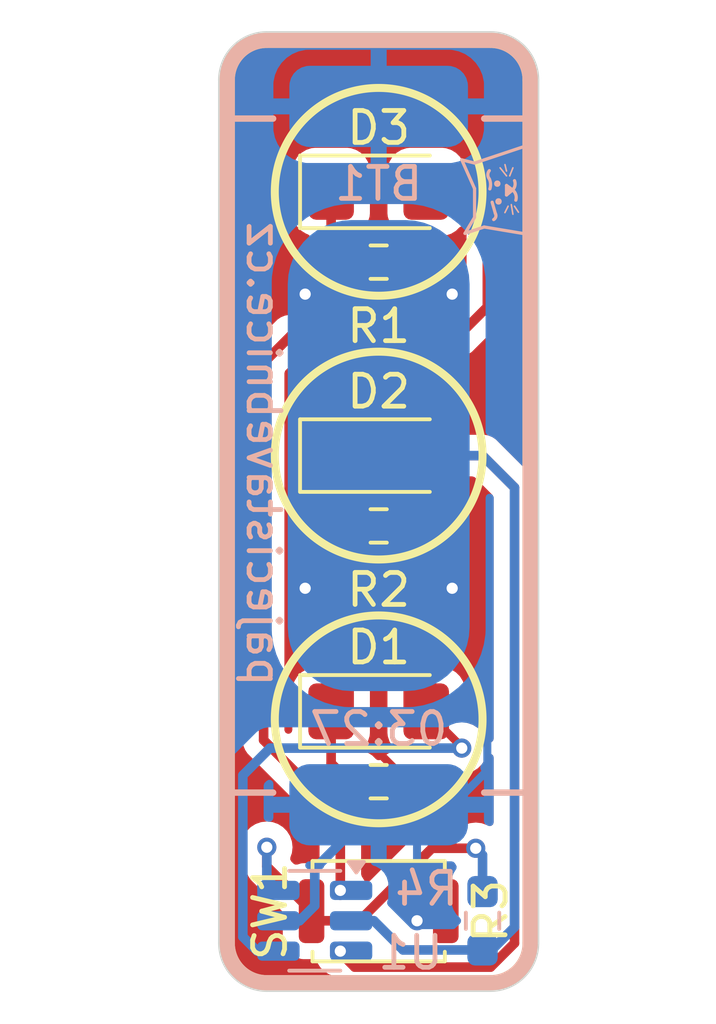
<source format=kicad_pcb>
(kicad_pcb (version 20240108) (generator "pcbnew") (generator_version "8.0")
  (layers (0 "F.Cu" signal) (31 "B.Cu" signal) (34 "B.Paste" user) (35 "F.Paste" user) (36 "B.SilkS" user "B.Silkscreen") (37 "F.SilkS" user "F.Silkscreen") (38 "B.Mask" user) (39 "F.Mask" user) (44 "Edge.Cuts" user))
  (net 0 "")
  (net 1 "/LED_G")
  (net 2 "Net-(D1-K)")
  (net 3 "/LED_Y")
  (net 4 "Net-(D2-K)")
  (net 5 "Net-(D3-K)")
  (net 6 "/LED_R")
  (net 7 "GND")
  (net 8 "/BUTTON")
  (net 9 "+3V3")
  (footprint "LED_SMD:LED_1206_3216Metric_Pad1.42x1.75mm_HandSolder" (layer "F.Cu") (at 137 99.25)
    (property "Reference" "D1" (at 0 -2 0) (layer "F.SilkS"))
    (property "Value" "GREEN")
    (fp_line (start -2.46 -1.135) (end -2.46 1.135) (stroke (width 0.12)) (layer "F.SilkS"))
    (fp_line (start -2.46 1.135) (end 1.6 1.135) (stroke (width 0.12)) (layer "F.SilkS"))
    (fp_line (start 1.6 -1.135) (end -2.46 -1.135) (stroke (width 0.12)) (layer "F.SilkS"))
    (pad "1" smd roundrect (at -1.4875 0) (size 1.425 1.75) (layers "F.Cu" "F.Paste" "F.Mask") (roundrect_rratio 0.175439) (net 2 "Net-(D1-K)"))
    (pad "2" smd roundrect (at 1.4875 0) (size 1.425 1.75) (layers "F.Cu" "F.Paste" "F.Mask") (roundrect_rratio 0.175439) (net 1 "/LED_G"))
  )
  (footprint "Resistor_SMD:R_0603_1608Metric_Pad0.98x0.95mm_HandSolder" (layer "F.Cu") (at 137 93.45)
    (property "Reference" "R2" (at 0 2 0) (layer "F.SilkS"))
    (property "Value" "220R")
    (fp_line (start -0.254724 -0.5225) (end 0.254724 -0.5225) (stroke (width 0.12)) (layer "F.SilkS"))
    (fp_line (start -0.254724 0.5225) (end 0.254724 0.5225) (stroke (width 0.12)) (layer "F.SilkS"))
    (pad "1" smd roundrect (at -0.9125 0) (size 0.975 0.95) (layers "F.Cu" "F.Paste" "F.Mask") (net 4 "Net-(D2-K)"))
    (pad "2" smd roundrect (at 0.9125 0) (size 0.975 0.95) (layers "F.Cu" "F.Paste" "F.Mask") (net 7 "GND"))
  )
  (footprint "Resistor_SMD:R_0603_1608Metric_Pad0.98x0.95mm_HandSolder" (layer "F.Cu") (at 137 85.2)
    (property "Reference" "R1" (at 0 2 0) (layer "F.SilkS"))
    (property "Value" "1k2")
    (fp_line (start -0.254724 -0.5225) (end 0.254724 -0.5225) (stroke (width 0.12)) (layer "F.SilkS"))
    (fp_line (start -0.254724 0.5225) (end 0.254724 0.5225) (stroke (width 0.12)) (layer "F.SilkS"))
    (pad "1" smd roundrect (at -0.9125 0) (size 0.975 0.95) (layers "F.Cu" "F.Paste" "F.Mask") (net 5 "Net-(D3-K)"))
    (pad "2" smd roundrect (at 0.9125 0) (size 0.975 0.95) (layers "F.Cu" "F.Paste" "F.Mask") (net 7 "GND"))
  )
  (footprint "LED_SMD:LED_1206_3216Metric_Pad1.42x1.75mm_HandSolder" (layer "F.Cu") (at 137 83)
    (property "Reference" "D3" (at 0 -2 0) (layer "F.SilkS"))
    (property "Value" "RED")
    (fp_line (start -2.46 -1.135) (end -2.46 1.135) (stroke (width 0.12)) (layer "F.SilkS"))
    (fp_line (start -2.46 1.135) (end 1.6 1.135) (stroke (width 0.12)) (layer "F.SilkS"))
    (fp_line (start 1.6 -1.135) (end -2.46 -1.135) (stroke (width 0.12)) (layer "F.SilkS"))
    (pad "1" smd roundrect (at -1.4875 0) (size 1.425 1.75) (layers "F.Cu" "F.Paste" "F.Mask") (roundrect_rratio 0.175439) (net 5 "Net-(D3-K)"))
    (pad "2" smd roundrect (at 1.4875 0) (size 1.425 1.75) (layers "F.Cu" "F.Paste" "F.Mask") (roundrect_rratio 0.175439) (net 6 "/LED_R"))
  )
  (footprint "Button_Switch_SMD:SW_Push_SPST_NO_Alps_SKRK" (layer "F.Cu") (at 137 105.5)
    (property "Reference" "SW1" (at -3.4 0 90) (layer "F.SilkS"))
    (property "Value" "SW_Push")
    (fp_line (start -2.07 -1.57) (end 2.07 -1.57) (stroke (width 0.12)) (layer "F.SilkS"))
    (fp_line (start -2.07 -1.27) (end -2.07 -1.57) (stroke (width 0.12)) (layer "F.SilkS"))
    (fp_line (start -2.07 1.57) (end -2.07 1.27) (stroke (width 0.12)) (layer "F.SilkS"))
    (fp_line (start 2.07 -1.57) (end 2.07 -1.27) (stroke (width 0.12)) (layer "F.SilkS"))
    (fp_line (start 2.07 1.27) (end 2.07 1.57) (stroke (width 0.12)) (layer "F.SilkS"))
    (fp_line (start 2.07 1.57) (end -2.07 1.57) (stroke (width 0.12)) (layer "F.SilkS"))
    (pad "1" smd roundrect (at -2.1 0) (size 0.8 2) (layers "F.Cu" "F.Paste" "F.Mask") (net 8 "/BUTTON"))
    (pad "2" smd roundrect (at 2.1 0) (size 0.8 2) (layers "F.Cu" "F.Paste" "F.Mask") (net 9 "+3V3"))
  )
  (footprint "Resistor_SMD:R_0603_1608Metric_Pad0.98x0.95mm_HandSolder" (layer "F.Cu") (at 137 101.45)
    (property "Reference" "R3" (at 3.5 4.05 -90) (layer "F.SilkS"))
    (property "Value" "4k7")
    (fp_line (start -0.254724 -0.5225) (end 0.254724 -0.5225) (stroke (width 0.12)) (layer "F.SilkS"))
    (fp_line (start -0.254724 0.5225) (end 0.254724 0.5225) (stroke (width 0.12)) (layer "F.SilkS"))
    (pad "1" smd roundrect (at -0.9125 0) (size 0.975 0.95) (layers "F.Cu" "F.Paste" "F.Mask") (net 2 "Net-(D1-K)"))
    (pad "2" smd roundrect (at 0.9125 0) (size 0.975 0.95) (layers "F.Cu" "F.Paste" "F.Mask") (net 7 "GND"))
  )
  (footprint "LED_SMD:LED_1206_3216Metric_Pad1.42x1.75mm_HandSolder" (layer "F.Cu") (at 137 91.25)
    (property "Reference" "D2" (at 0 -2 0) (layer "F.SilkS"))
    (property "Value" "YELLOW")
    (fp_line (start -2.46 -1.135) (end -2.46 1.135) (stroke (width 0.12)) (layer "F.SilkS"))
    (fp_line (start -2.46 1.135) (end 1.6 1.135) (stroke (width 0.12)) (layer "F.SilkS"))
    (fp_line (start 1.6 -1.135) (end -2.46 -1.135) (stroke (width 0.12)) (layer "F.SilkS"))
    (pad "1" smd roundrect (at -1.4875 0) (size 1.425 1.75) (layers "F.Cu" "F.Paste" "F.Mask") (roundrect_rratio 0.175439) (net 4 "Net-(D2-K)"))
    (pad "2" smd roundrect (at 1.4875 0) (size 1.425 1.75) (layers "F.Cu" "F.Paste" "F.Mask") (roundrect_rratio 0.175439) (net 3 "/LED_Y"))
  )
  (footprint "lib:CR2032_SMD_Small" (layer "B.Cu") (at 137 91.25 90)
    (property "Reference" "BT1" (at 8.5 0 0) (layer "B.SilkS") (effects (justify mirror)))
    (property "Value" "Battery_Cell")
    (fp_line (start 10.541 -3.302) (end 10.541 -4.572) (stroke (width 0.2)) (layer "B.SilkS"))
    (fp_line (start -10.541 -3.302) (end -10.541 -4.572) (stroke (width 0.2)) (layer "B.SilkS"))
    (fp_line (start 10.541 3.302) (end 10.541 4.572) (stroke (width 0.2)) (layer "B.SilkS"))
    (fp_line (start -10.541 3.302) (end -10.541 4.572) (stroke (width 0.2)) (layer "B.SilkS"))
    (pad "1" smd roundrect (at -10.922 0 90) (size 2.54 5.588) (layers "B.Cu" "B.Paste" "B.Mask") (net 9 "+3V3"))
    (pad "1" smd roundrect (at 10.922 0 90) (size 2.54 5.588) (layers "B.Cu" "B.Paste" "B.Mask") (net 9 "+3V3"))
    (pad "2" smd roundrect (at 0 0 90) (size 14.732 5.69) (layers "B.Cu" "B.Paste" "B.Mask") (roundrect_rratio 0.3514938489) (net 7 "GND"))
  )
  (footprint "Resistor_SMD:R_0603_1608Metric_Pad0.98x0.95mm_HandSolder" (layer "B.Cu") (at 140.25 105.8 -90)
    (property "Reference" "R4" (at -1 1.75 0) (layer "B.SilkS") (effects (justify mirror)))
    (property "Value" "220R")
    (fp_line (start 0.254724 0.5225) (end -0.254724 0.5225) (stroke (width 0.12)) (layer "B.SilkS"))
    (fp_line (start 0.254724 -0.5225) (end -0.254724 -0.5225) (stroke (width 0.12)) (layer "B.SilkS"))
    (pad "1" smd roundrect (at -0.9125 0 270) (size 0.975 0.95) (layers "B.Cu" "B.Paste" "B.Mask") (net 8 "/BUTTON"))
    (pad "2" smd roundrect (at 0.9125 0 270) (size 0.975 0.95) (layers "B.Cu" "B.Paste" "B.Mask") (net 7 "GND"))
  )
  (footprint "Package_TO_SOT_SMD:SOT-23-6" (layer "B.Cu") (at 135 105.8 180)
    (property "Reference" "U1" (at -3 -1 0) (layer "B.SilkS") (effects (justify mirror)))
    (property "Value" "PIC10F322-IOT")
    (fp_line (start 0.8 1.56) (end 0 1.56) (stroke (width 0.12)) (layer "B.SilkS"))
    (fp_line (start 0.8 -1.56) (end 0 -1.56) (stroke (width 0.12)) (layer "B.SilkS"))
    (fp_line (start -0.8 1.56) (end 0 1.56) (stroke (width 0.12)) (layer "B.SilkS"))
    (fp_line (start -0.8 -1.56) (end 0 -1.56) (stroke (width 0.12)) (layer "B.SilkS"))
    (fp_poly (pts (xy -1.3 1.51) (xy -1.54 1.84) (xy -1.06 1.84) (xy -1.3 1.51)) (stroke (width 0.12)) (fill solid) (layer "B.SilkS"))
    (pad "1" smd roundrect (at -1.1375 0.95 180) (size 1.325 0.6) (layers "B.Cu" "B.Paste" "B.Mask") (net 6 "/LED_R"))
    (pad "2" smd roundrect (at -1.1375 0 180) (size 1.325 0.6) (layers "B.Cu" "B.Paste" "B.Mask") (net 7 "GND"))
    (pad "3" smd roundrect (at -1.1375 -0.95 180) (size 1.325 0.6) (layers "B.Cu" "B.Paste" "B.Mask") (net 3 "/LED_Y"))
    (pad "4" smd roundrect (at 1.1375 -0.95 180) (size 1.325 0.6) (layers "B.Cu" "B.Paste" "B.Mask") (net 1 "/LED_G"))
    (pad "5" smd roundrect (at 1.1375 0 180) (size 1.325 0.6) (layers "B.Cu" "B.Paste" "B.Mask") (net 9 "+3V3"))
    (pad "6" smd roundrect (at 1.1375 0.95 180) (size 1.325 0.6) (layers "B.Cu" "B.Paste" "B.Mask") (net 8 "/BUTTON"))
  )
  (gr_line (start 141.75 106.5) (end 141.75 79.5) (stroke (width 0.5)) (layer "B.SilkS"))
  (gr_circle (center 140.75 83.3) (end 140.8 83.3) (stroke (width 0.1)) (fill none) (layer "B.SilkS"))
  (gr_line (start 141.15 83.4) (end 141.2 83.7) (stroke (width 0.05)) (layer "B.SilkS"))
  (gr_line (start 141.190393 82.940393) (end 141 82.8) (stroke (width 0.1)) (layer "B.SilkS"))
  (gr_arc (start 133.5 107.75) (mid 132.616117 107.383883) (end 132.25 106.5) (stroke (width 0.5)) (layer "B.SilkS"))
  (gr_line (start 141.5 81.6) (end 140 82.1) (stroke (width 0.1)) (layer "B.SilkS"))
  (gr_line (start 133.5 107.75) (end 140.5 107.75) (stroke (width 0.5)) (layer "B.SilkS"))
  (gr_arc (start 140.461985 82.594505) (mid 140.5 82.75) (end 140.478523 82.908628) (stroke (width 0.1)) (layer "B.SilkS"))
  (gr_line (start 141.25 83.45) (end 141.373204 83.636603) (stroke (width 0.05)) (layer "B.SilkS"))
  (gr_arc (start 132.25 79.5) (mid 132.616117 78.616116) (end 133.500002 78.25) (stroke (width 0.5)) (layer "B.SilkS"))
  (gr_line (start 140.951795 82.15) (end 141 82.35) (stroke (width 0.05)) (layer "B.SilkS"))
  (gr_arc (start 140.65 83.675) (mid 140.664128 83.782313) (end 140.598236 83.868185) (stroke (width 0.1)) (layer "B.SilkS"))
  (gr_line (start 140.65 83.675) (end 140.55 83.325) (stroke (width 0.1)) (layer "B.SilkS"))
  (gr_line (start 132.25 106.5) (end 132.25 79.5) (stroke (width 0.5)) (layer "B.SilkS"))
  (gr_circle (center 140.711985 82.744505) (end 140.761985 82.744505) (stroke (width 0.1)) (fill none) (layer "B.SilkS"))
  (gr_line (start 140 82.899999) (end 140 83.8) (stroke (width 0.1)) (layer "B.SilkS"))
  (gr_arc (start 141.249999 82.65) (mid 141.263758 82.804138) (end 141.190393 82.940393) (stroke (width 0.1)) (layer "B.SilkS"))
  (gr_line (start 140 82.1) (end 139.6 82) (stroke (width 0.1)) (layer "B.SilkS"))
  (gr_arc (start 140.461985 82.594505) (mid 140.415914 82.465962) (end 140.462099 82.33746) (stroke (width 0.1)) (layer "B.SilkS"))
  (gr_line (start 140.8 82.25) (end 141 82.5) (stroke (width 0.05)) (layer "B.SilkS"))
  (gr_line (start 140.3 84.1) (end 141.5 84.3) (stroke (width 0.1)) (layer "B.SilkS"))
  (gr_arc (start 140.499999 78.249998) (mid 141.383885 78.616115) (end 141.75 79.5) (stroke (width 0.5)) (layer "B.SilkS"))
  (gr_line (start 139.7 84.3) (end 140.3 84.1) (stroke (width 0.1)) (layer "B.SilkS"))
  (gr_arc (start 141.190393 82.940393) (mid 141.290095 83.085348) (end 141.291067 83.261278) (stroke (width 0.1)) (layer "B.SilkS"))
  (gr_arc (start 141.75 106.5) (mid 141.383883 107.383883) (end 140.5 107.75) (stroke (width 0.5)) (layer "B.SilkS"))
  (gr_line (start 141.05 83) (end 141.1 82.95) (stroke (width 0.15)) (layer "B.SilkS"))
  (gr_line (start 141.05 83.45) (end 140.95 83.65) (stroke (width 0.05)) (layer "B.SilkS"))
  (gr_line (start 140 83.8) (end 139.7 84.3) (stroke (width 0.1)) (layer "B.SilkS"))
  (gr_line (start 139.6 82) (end 140 82.899999) (stroke (width 0.1)) (layer "B.SilkS"))
  (gr_line (start 141 82.8) (end 141 83.1) (stroke (width 0.1)) (layer "B.SilkS"))
  (gr_line (start 141 83.1) (end 141.190393 82.940393) (stroke (width 0.1)) (layer "B.SilkS"))
  (gr_line (start 140.499999 78.249998) (end 133.500002 78.25) (stroke (width 0.5)) (layer "B.SilkS"))
  (gr_line (start 141.1 82.5) (end 141.2 82.25) (stroke (width 0.05)) (layer "B.SilkS"))
  (gr_line (start 133.5 107.75) (end 140.5 107.75) (stroke (width 0.5)) (layer "F.SilkS"))
  (gr_line (start 141.75 79.5) (end 141.75 106.5) (stroke (width 0.5)) (layer "F.SilkS"))
  (gr_circle (center 137 83) (end 140.25 83) (stroke (width 0.25)) (fill none) (layer "F.SilkS"))
  (gr_arc (start 141.75 106.5) (mid 141.383883 107.383883) (end 140.5 107.75) (stroke (width 0.5)) (layer "F.SilkS"))
  (gr_circle (center 137 99.5) (end 140.25 99.5) (stroke (width 0.25)) (fill none) (layer "F.SilkS"))
  (gr_circle (center 137 91.25) (end 140.25 91.25) (stroke (width 0.25)) (fill none) (layer "F.SilkS"))
  (gr_arc (start 132.25 79.5) (mid 132.616117 78.616116) (end 133.500001 78.249998) (stroke (width 0.5)) (layer "F.SilkS"))
  (gr_line (start 140.499998 78.25) (end 133.500001 78.249998) (stroke (width 0.5)) (layer "F.SilkS"))
  (gr_arc (start 140.499998 78.25) (mid 141.383883 78.616116) (end 141.75 79.5) (stroke (width 0.5)) (layer "F.SilkS"))
  (gr_arc (start 133.5 107.75) (mid 132.616117 107.383883) (end 132.25 106.5) (stroke (width 0.5)) (layer "F.SilkS"))
  (gr_line (start 132.25 79.5) (end 132.25 106.5) (stroke (width 0.5)) (layer "F.SilkS"))
  (gr_arc (start 132 79.5) (mid 132.43934 78.43934) (end 133.5 78) (stroke (width 0.05)) (layer "Edge.Cuts"))
  (gr_line (start 132 106.5) (end 132 79.5) (stroke (width 0.05)) (layer "Edge.Cuts"))
  (gr_arc (start 140.5 78) (mid 141.56066 78.43934) (end 142 79.5) (stroke (width 0.05)) (layer "Edge.Cuts"))
  (gr_arc (start 142 106.5) (mid 141.56066 107.56066) (end 140.5 108) (stroke (width 0.05)) (layer "Edge.Cuts"))
  (gr_line (start 140.5 78) (end 133.5 78) (stroke (width 0.05)) (layer "Edge.Cuts"))
  (gr_line (start 140.5 108) (end 133.5 108) (stroke (width 0.05)) (layer "Edge.Cuts"))
  (gr_arc (start 133.5 108) (mid 132.43934 107.56066) (end 132 106.5) (stroke (width 0.05)) (layer "Edge.Cuts"))
  (gr_line (start 142 79.5) (end 142 106.5) (stroke (width 0.05)) (layer "Edge.Cuts"))
  (gr_text "pajecistavebnice.cz" (at 133.4 91.2 -90) (layer "B.SilkS") (effects (font (size 1 1)) (justify mirror)))
  (gr_text "03:27" (at 137 99.8 0) (layer "B.SilkS") (effects (font (size 1 1)) (justify mirror)))
  (segment (start 139.6 100.4) (end 139.6 100.3625) (width 0.25) (layer "F.Cu") (net 1))
  (segment (start 139.6 100.3625) (end 138.4875 99.25) (width 0.25) (layer "F.Cu") (net 1))
  (via (at 139.6 100.4) (size 0.6) (drill 0.35) (layers "F.Cu" "B.Cu") (net 1))
  (segment (start 132.75 106.299999) (end 133.200001 106.75) (width 0.3) (layer "B.Cu") (net 1))
  (segment (start 139.6 100.4) (end 133.6 100.4) (width 0.3) (layer "B.Cu") (net 1))
  (segment (start 132.75 101.25) (end 132.75 106.299999) (width 0.3) (layer "B.Cu") (net 1))
  (segment (start 133.6 100.4) (end 132.75 101.25) (width 0.3) (layer "B.Cu") (net 1))
  (segment (start 133.200001 106.75) (end 133.8625 106.75) (width 0.3) (layer "B.Cu") (net 1))
  (segment (start 135.5125 100.875) (end 136.0875 101.45) (width 0.3) (layer "F.Cu") (net 2))
  (segment (start 135.5125 99.25) (end 135.5125 100.875) (width 0.3) (layer "F.Cu") (net 2))
  (segment (start 141.25 106.5) (end 141.25 92.25) (width 0.3) (layer "F.Cu") (net 3))
  (segment (start 141.25 92.25) (end 140.25 91.25) (width 0.3) (layer "F.Cu") (net 3))
  (segment (start 140.5 107.25) (end 141.25 106.5) (width 0.3) (layer "F.Cu") (net 3))
  (segment (start 135.8 106.75) (end 135.8 106.8) (width 0.3) (layer "F.Cu") (net 3))
  (segment (start 140.25 91.25) (end 138.4875 91.25) (width 0.3) (layer "F.Cu") (net 3))
  (segment (start 136.25 107.25) (end 140.5 107.25) (width 0.3) (layer "F.Cu") (net 3))
  (segment (start 135.8 106.8) (end 136.25 107.25) (width 0.3) (layer "F.Cu") (net 3))
  (via (at 135.8 106.75) (size 0.6) (drill 0.35) (layers "F.Cu" "B.Cu") (net 3))
  (segment (start 135.5125 92.875) (end 136.0875 93.45) (width 0.3) (layer "F.Cu") (net 4))
  (segment (start 135.5125 91.25) (end 135.5125 92.875) (width 0.3) (layer "F.Cu") (net 4))
  (segment (start 135.5125 83) (end 135.5125 84.625) (width 0.3) (layer "F.Cu") (net 5))
  (segment (start 135.5125 84.625) (end 136.0875 85.2) (width 0.3) (layer "F.Cu") (net 5))
  (segment (start 139.5 83) (end 138.4875 83) (width 0.3) (layer "F.Cu") (net 6))
  (segment (start 140.4 86.6) (end 140.4 83.9) (width 0.3) (layer "F.Cu") (net 6))
  (segment (start 135.8 104.85) (end 135.8 102.55) (width 0.3) (layer "F.Cu") (net 6))
  (segment (start 140.4 83.9) (end 139.5 83) (width 0.3) (layer "F.Cu") (net 6))
  (segment (start 139.5 87.5) (end 140.4 86.6) (width 0.3) (layer "F.Cu") (net 6))
  (segment (start 135.8 102.55) (end 133.4 100.15) (width 0.3) (layer "F.Cu") (net 6))
  (segment (start 133.4 100.15) (end 133.4 88.35) (width 0.3) (layer "F.Cu") (net 6))
  (segment (start 134.25 87.5) (end 139.5 87.5) (width 0.3) (layer "F.Cu") (net 6))
  (segment (start 133.4 88.35) (end 134.25 87.5) (width 0.3) (layer "F.Cu") (net 6))
  (via (at 135.8 104.85) (size 0.6) (drill 0.35) (layers "F.Cu" "B.Cu") (net 6))
  (segment (start 137 97.7) (end 137 100.5375) (width 0.25) (layer "F.Cu") (net 7))
  (segment (start 136.9125 86.2) (end 137.9125 85.2) (width 0.3) (layer "F.Cu") (net 7))
  (segment (start 137 92.5375) (end 137 92.4) (width 0.25) (layer "F.Cu") (net 7))
  (segment (start 137 100.5375) (end 137.9125 101.45) (width 0.25) (layer "F.Cu") (net 7))
  (segment (start 134.7 95.4) (end 137 97.7) (width 0.25) (layer "F.Cu") (net 7))
  (segment (start 139.3 95.4) (end 137 97.7) (width 0.25) (layer "F.Cu") (net 7))
  (segment (start 134.7 86.2) (end 136.9125 86.2) (width 0.3) (layer "F.Cu") (net 7))
  (segment (start 137.9125 93.45) (end 137 92.5375) (width 0.25) (layer "F.Cu") (net 7))
  (via (at 134.7 86.2) (size 0.6) (drill 0.35) (layers "F.Cu" "B.Cu") (net 7))
  (via (at 134.7 95.4) (size 0.6) (drill 0.35) (layers "F.Cu" "B.Cu") (net 7))
  (via (at 139.3 95.4) (size 0.6) (drill 0.35) (layers "F.Cu" "B.Cu") (net 7))
  (via (at 139.3 86.2) (size 0.6) (drill 0.35) (layers "F.Cu" "B.Cu") (net 7))
  (segment (start 136.1375 105.8) (end 136.85 105.8) (width 0.3) (layer "B.Cu") (net 7))
  (segment (start 141.25 92.25) (end 140.25 91.25) (width 0.3) (layer "B.Cu") (net 7))
  (segment (start 140.5375 106.7125) (end 141.25 106) (width 0.3) (layer "B.Cu") (net 7))
  (segment (start 136.85 105.8) (end 137.7625 106.7125) (width 0.3) (layer "B.Cu") (net 7))
  (segment (start 140.25 106.7125) (end 140.5375 106.7125) (width 0.3) (layer "B.Cu") (net 7))
  (segment (start 141.25 106) (end 141.25 92.25) (width 0.3) (layer "B.Cu") (net 7))
  (segment (start 137.7625 106.7125) (end 140.25 106.7125) (width 0.3) (layer "B.Cu") (net 7))
  (segment (start 140.25 91.25) (end 137 91.25) (width 0.3) (layer "B.Cu") (net 7))
  (segment (start 138.666858 103.533142) (end 136.4 105.8) (width 0.3) (layer "F.Cu") (net 8))
  (segment (start 133.5 104.1) (end 134.9 105.5) (width 0.3) (layer "F.Cu") (net 8))
  (segment (start 140.03695 103.533142) (end 138.666858 103.533142) (width 0.3) (layer "F.Cu") (net 8))
  (segment (start 133.5 103.5) (end 133.5 104.1) (width 0.3) (layer "F.Cu") (net 8))
  (segment (start 135.2 105.8) (end 134.9 105.5) (width 0.3) (layer "F.Cu") (net 8))
  (segment (start 136.4 105.8) (end 135.2 105.8) (width 0.3) (layer "F.Cu") (net 8))
  (via (at 133.5 103.5) (size 0.6) (drill 0.35) (layers "F.Cu" "B.Cu") (net 8))
  (via (at 140.03695 103.533142) (size 0.6) (drill 0.35) (layers "F.Cu" "B.Cu") (net 8))
  (segment (start 133.5 104.4875) (end 133.5 103.5) (width 0.3) (layer "B.Cu") (net 8))
  (segment (start 140.25 103.746192) (end 140.25 104.8875) (width 0.3) (layer "B.Cu") (net 8))
  (segment (start 133.8625 104.85) (end 133.5 104.4875) (width 0.3) (layer "B.Cu") (net 8))
  (segment (start 140.03695 103.533142) (end 140.25 103.746192) (width 0.3) (layer "B.Cu") (net 8))
  (segment (start 138.8 105.8) (end 139.1 105.5) (width 0.25) (layer "F.Cu") (net 9))
  (segment (start 138.2 105.8) (end 138.8 105.8) (width 0.25) (layer "F.Cu") (net 9))
  (via (at 138.2 105.8) (size 0.6) (drill 0.35) (layers "F.Cu" "B.Cu") (net 9))
  (segment (start 139.328 102.172) (end 140.4 101.1) (width 0.25) (layer "B.Cu") (net 9))
  (segment (start 140.4 99.8) (end 140 99.4) (width 0.25) (layer "B.Cu") (net 9))
  (segment (start 140.4 101.1) (end 140.4 99.8) (width 0.25) (layer "B.Cu") (net 9))
  (segment (start 133.8625 105.8) (end 134.524999 105.8) (width 0.3) (layer "B.Cu") (net 9))
  (segment (start 135 105.324999) (end 135 104.172) (width 0.3) (layer "B.Cu") (net 9))
  (segment (start 137 102.172) (end 139.328 102.172) (width 0.25) (layer "B.Cu") (net 9))
  (segment (start 140 99.4) (end 137 99.4) (width 0.25) (layer "B.Cu") (net 9))
  (segment (start 138.2 105.8) (end 138.2 103.372) (width 0.25) (layer "B.Cu") (net 9))
  (segment (start 138.2 103.372) (end 137 102.172) (width 0.25) (layer "B.Cu") (net 9))
  (segment (start 135 104.172) (end 137 102.172) (width 0.3) (layer "B.Cu") (net 9))
  (segment (start 134.524999 105.8) (end 135 105.324999) (width 0.3) (layer "B.Cu") (net 9))
  (segment (start 137 102.172) (end 138.928 102.172) (width 0.25) (layer "B.Cu") (net 9))
  (zone (net 7) (net_name "GND") (layer "F.Cu") (connect_pads (clearance 0.5)) (min_thickness 0.25) (fill yes (thermal_gap 0.5) (thermal_bridge_width 0.5))
    (polygon (pts (xy 130.75 77) (xy 143 77) (xy 143 109) (xy 130.75 109)))
  )
  (zone (net 9) (net_name "+3V3") (layer "B.Cu") (connect_pads (clearance 0.5)) (min_thickness 0.25) (fill yes (thermal_gap 0.5) (thermal_bridge_width 0.5))
    (polygon (pts (xy 131 77) (xy 143.25 77) (xy 143.25 109) (xy 131 109)))
  )
)
</source>
